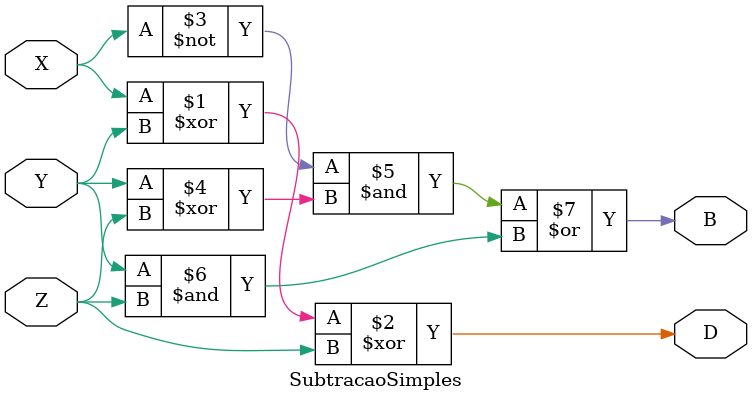
<source format=sv>
module SubtracaoSimples(output D, B, input X, Y, Z);
assign D = X ^ Y ^ Z;
assign B = ~X & (Y^Z) | Y & Z;
endmodule

/*module SubtracaoCompleta(output [8:0] D, output B, input [8:0] X, Y, input Z);
  assign i = 0;
  assign D = 11111111;
  always @(*)
  begin
    for(i=1; i < 9; i = i +1)
    begin
      assign D[1] = X[1] ^ Y[1] ^ Z;
      assign B = ~X[1] & (Y[1]^Z) | Y[1] & Z;
    end
  end  
endmodule*/
</source>
